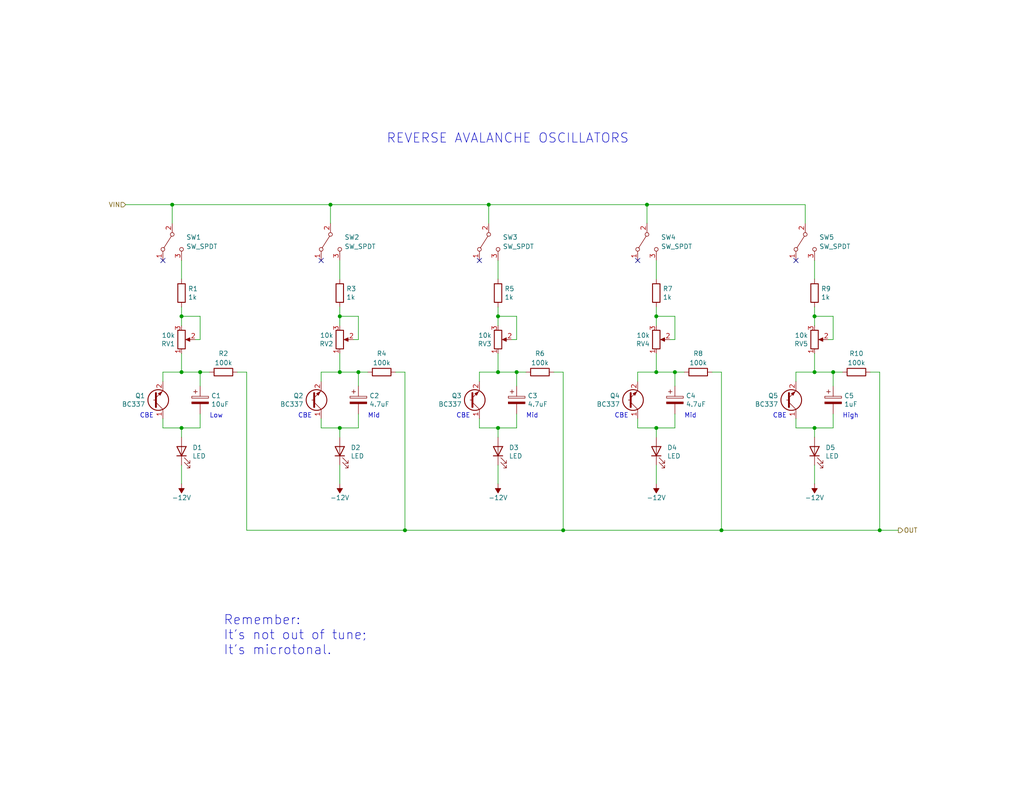
<source format=kicad_sch>
(kicad_sch (version 20211123) (generator eeschema)

  (uuid 5576cd03-3bad-40c5-9316-1d286895d52a)

  (paper "USLetter")

  (title_block
    (title "Reverse Avalanche Oscillator Bank")
    (date "2022-03-22")
    (rev "0.1")
    (company "Max Proskauer")
  )

  (lib_symbols
    (symbol "Device:CP" (pin_numbers hide) (pin_names (offset 0.254)) (in_bom yes) (on_board yes)
      (property "Reference" "C" (id 0) (at 0.635 2.54 0)
        (effects (font (size 1.27 1.27)) (justify left))
      )
      (property "Value" "Device_CP" (id 1) (at 0.635 -2.54 0)
        (effects (font (size 1.27 1.27)) (justify left))
      )
      (property "Footprint" "" (id 2) (at 0.9652 -3.81 0)
        (effects (font (size 1.27 1.27)) hide)
      )
      (property "Datasheet" "" (id 3) (at 0 0 0)
        (effects (font (size 1.27 1.27)) hide)
      )
      (property "ki_fp_filters" "CP_*" (id 4) (at 0 0 0)
        (effects (font (size 1.27 1.27)) hide)
      )
      (symbol "CP_0_1"
        (rectangle (start -2.286 0.508) (end 2.286 1.016)
          (stroke (width 0) (type default) (color 0 0 0 0))
          (fill (type none))
        )
        (polyline
          (pts
            (xy -1.778 2.286)
            (xy -0.762 2.286)
          )
          (stroke (width 0) (type default) (color 0 0 0 0))
          (fill (type none))
        )
        (polyline
          (pts
            (xy -1.27 2.794)
            (xy -1.27 1.778)
          )
          (stroke (width 0) (type default) (color 0 0 0 0))
          (fill (type none))
        )
        (rectangle (start 2.286 -0.508) (end -2.286 -1.016)
          (stroke (width 0) (type default) (color 0 0 0 0))
          (fill (type outline))
        )
      )
      (symbol "CP_1_1"
        (pin passive line (at 0 3.81 270) (length 2.794)
          (name "~" (effects (font (size 1.27 1.27))))
          (number "1" (effects (font (size 1.27 1.27))))
        )
        (pin passive line (at 0 -3.81 90) (length 2.794)
          (name "~" (effects (font (size 1.27 1.27))))
          (number "2" (effects (font (size 1.27 1.27))))
        )
      )
    )
    (symbol "Device:LED" (pin_numbers hide) (pin_names (offset 1.016) hide) (in_bom yes) (on_board yes)
      (property "Reference" "D" (id 0) (at 0 2.54 0)
        (effects (font (size 1.27 1.27)))
      )
      (property "Value" "LED" (id 1) (at 0 -2.54 0)
        (effects (font (size 1.27 1.27)))
      )
      (property "Footprint" "" (id 2) (at 0 0 0)
        (effects (font (size 1.27 1.27)) hide)
      )
      (property "Datasheet" "~" (id 3) (at 0 0 0)
        (effects (font (size 1.27 1.27)) hide)
      )
      (property "ki_keywords" "LED diode" (id 4) (at 0 0 0)
        (effects (font (size 1.27 1.27)) hide)
      )
      (property "ki_description" "Light emitting diode" (id 5) (at 0 0 0)
        (effects (font (size 1.27 1.27)) hide)
      )
      (property "ki_fp_filters" "LED* LED_SMD:* LED_THT:*" (id 6) (at 0 0 0)
        (effects (font (size 1.27 1.27)) hide)
      )
      (symbol "LED_0_1"
        (polyline
          (pts
            (xy -1.27 -1.27)
            (xy -1.27 1.27)
          )
          (stroke (width 0.254) (type default) (color 0 0 0 0))
          (fill (type none))
        )
        (polyline
          (pts
            (xy -1.27 0)
            (xy 1.27 0)
          )
          (stroke (width 0) (type default) (color 0 0 0 0))
          (fill (type none))
        )
        (polyline
          (pts
            (xy 1.27 -1.27)
            (xy 1.27 1.27)
            (xy -1.27 0)
            (xy 1.27 -1.27)
          )
          (stroke (width 0.254) (type default) (color 0 0 0 0))
          (fill (type none))
        )
        (polyline
          (pts
            (xy -3.048 -0.762)
            (xy -4.572 -2.286)
            (xy -3.81 -2.286)
            (xy -4.572 -2.286)
            (xy -4.572 -1.524)
          )
          (stroke (width 0) (type default) (color 0 0 0 0))
          (fill (type none))
        )
        (polyline
          (pts
            (xy -1.778 -0.762)
            (xy -3.302 -2.286)
            (xy -2.54 -2.286)
            (xy -3.302 -2.286)
            (xy -3.302 -1.524)
          )
          (stroke (width 0) (type default) (color 0 0 0 0))
          (fill (type none))
        )
      )
      (symbol "LED_1_1"
        (pin passive line (at -3.81 0 0) (length 2.54)
          (name "K" (effects (font (size 1.27 1.27))))
          (number "1" (effects (font (size 1.27 1.27))))
        )
        (pin passive line (at 3.81 0 180) (length 2.54)
          (name "A" (effects (font (size 1.27 1.27))))
          (number "2" (effects (font (size 1.27 1.27))))
        )
      )
    )
    (symbol "Device:R" (pin_numbers hide) (pin_names (offset 0)) (in_bom yes) (on_board yes)
      (property "Reference" "R" (id 0) (at 2.032 0 90)
        (effects (font (size 1.27 1.27)))
      )
      (property "Value" "R" (id 1) (at 0 0 90)
        (effects (font (size 1.27 1.27)))
      )
      (property "Footprint" "" (id 2) (at -1.778 0 90)
        (effects (font (size 1.27 1.27)) hide)
      )
      (property "Datasheet" "~" (id 3) (at 0 0 0)
        (effects (font (size 1.27 1.27)) hide)
      )
      (property "ki_keywords" "R res resistor" (id 4) (at 0 0 0)
        (effects (font (size 1.27 1.27)) hide)
      )
      (property "ki_description" "Resistor" (id 5) (at 0 0 0)
        (effects (font (size 1.27 1.27)) hide)
      )
      (property "ki_fp_filters" "R_*" (id 6) (at 0 0 0)
        (effects (font (size 1.27 1.27)) hide)
      )
      (symbol "R_0_1"
        (rectangle (start -1.016 -2.54) (end 1.016 2.54)
          (stroke (width 0.254) (type default) (color 0 0 0 0))
          (fill (type none))
        )
      )
      (symbol "R_1_1"
        (pin passive line (at 0 3.81 270) (length 1.27)
          (name "~" (effects (font (size 1.27 1.27))))
          (number "1" (effects (font (size 1.27 1.27))))
        )
        (pin passive line (at 0 -3.81 90) (length 1.27)
          (name "~" (effects (font (size 1.27 1.27))))
          (number "2" (effects (font (size 1.27 1.27))))
        )
      )
    )
    (symbol "Device:R_POT" (pin_names (offset 1.016) hide) (in_bom yes) (on_board yes)
      (property "Reference" "RV" (id 0) (at -4.445 0 90)
        (effects (font (size 1.27 1.27)))
      )
      (property "Value" "Device_R_POT" (id 1) (at -2.54 0 90)
        (effects (font (size 1.27 1.27)))
      )
      (property "Footprint" "" (id 2) (at 0 0 0)
        (effects (font (size 1.27 1.27)) hide)
      )
      (property "Datasheet" "" (id 3) (at 0 0 0)
        (effects (font (size 1.27 1.27)) hide)
      )
      (property "ki_fp_filters" "Potentiometer*" (id 4) (at 0 0 0)
        (effects (font (size 1.27 1.27)) hide)
      )
      (symbol "R_POT_0_1"
        (polyline
          (pts
            (xy 2.54 0)
            (xy 1.524 0)
          )
          (stroke (width 0) (type default) (color 0 0 0 0))
          (fill (type none))
        )
        (polyline
          (pts
            (xy 1.143 0)
            (xy 2.286 0.508)
            (xy 2.286 -0.508)
            (xy 1.143 0)
          )
          (stroke (width 0) (type default) (color 0 0 0 0))
          (fill (type outline))
        )
        (rectangle (start 1.016 2.54) (end -1.016 -2.54)
          (stroke (width 0.254) (type default) (color 0 0 0 0))
          (fill (type none))
        )
      )
      (symbol "R_POT_1_1"
        (pin passive line (at 0 3.81 270) (length 1.27)
          (name "1" (effects (font (size 1.27 1.27))))
          (number "1" (effects (font (size 1.27 1.27))))
        )
        (pin passive line (at 3.81 0 180) (length 1.27)
          (name "2" (effects (font (size 1.27 1.27))))
          (number "2" (effects (font (size 1.27 1.27))))
        )
        (pin passive line (at 0 -3.81 90) (length 1.27)
          (name "3" (effects (font (size 1.27 1.27))))
          (number "3" (effects (font (size 1.27 1.27))))
        )
      )
    )
    (symbol "Switch:SW_SPDT" (pin_names (offset 0) hide) (in_bom yes) (on_board yes)
      (property "Reference" "SW" (id 0) (at 0 4.318 0)
        (effects (font (size 1.27 1.27)))
      )
      (property "Value" "SW_SPDT" (id 1) (at 0 -5.08 0)
        (effects (font (size 1.27 1.27)))
      )
      (property "Footprint" "" (id 2) (at 0 0 0)
        (effects (font (size 1.27 1.27)) hide)
      )
      (property "Datasheet" "~" (id 3) (at 0 0 0)
        (effects (font (size 1.27 1.27)) hide)
      )
      (property "ki_keywords" "switch single-pole double-throw spdt ON-ON" (id 4) (at 0 0 0)
        (effects (font (size 1.27 1.27)) hide)
      )
      (property "ki_description" "Switch, single pole double throw" (id 5) (at 0 0 0)
        (effects (font (size 1.27 1.27)) hide)
      )
      (symbol "SW_SPDT_0_0"
        (circle (center -2.032 0) (radius 0.508)
          (stroke (width 0) (type default) (color 0 0 0 0))
          (fill (type none))
        )
        (circle (center 2.032 -2.54) (radius 0.508)
          (stroke (width 0) (type default) (color 0 0 0 0))
          (fill (type none))
        )
      )
      (symbol "SW_SPDT_0_1"
        (polyline
          (pts
            (xy -1.524 0.254)
            (xy 1.651 2.286)
          )
          (stroke (width 0) (type default) (color 0 0 0 0))
          (fill (type none))
        )
        (circle (center 2.032 2.54) (radius 0.508)
          (stroke (width 0) (type default) (color 0 0 0 0))
          (fill (type none))
        )
      )
      (symbol "SW_SPDT_1_1"
        (pin passive line (at 5.08 2.54 180) (length 2.54)
          (name "A" (effects (font (size 1.27 1.27))))
          (number "1" (effects (font (size 1.27 1.27))))
        )
        (pin passive line (at -5.08 0 0) (length 2.54)
          (name "B" (effects (font (size 1.27 1.27))))
          (number "2" (effects (font (size 1.27 1.27))))
        )
        (pin passive line (at 5.08 -2.54 180) (length 2.54)
          (name "C" (effects (font (size 1.27 1.27))))
          (number "3" (effects (font (size 1.27 1.27))))
        )
      )
    )
    (symbol "minidrone:BC337" (pin_names (offset 0) hide) (in_bom yes) (on_board yes)
      (property "Reference" "Q" (id 0) (at 5.08 1.905 0)
        (effects (font (size 1.27 1.27)) (justify left))
      )
      (property "Value" "BC337" (id 1) (at 5.08 0 0)
        (effects (font (size 1.27 1.27)) (justify left))
      )
      (property "Footprint" "Package_TO_SOT_THT:TO-92_Inline" (id 2) (at 5.08 -1.905 0)
        (effects (font (size 1.27 1.27) italic) (justify left) hide)
      )
      (property "Datasheet" "https://diotec.com/tl_files/diotec/files/pdf/datasheets/bc337.pdf" (id 3) (at 0 0 0)
        (effects (font (size 1.27 1.27)) (justify left) hide)
      )
      (property "ki_keywords" "NPN Transistor" (id 4) (at 0 0 0)
        (effects (font (size 1.27 1.27)) hide)
      )
      (property "ki_description" "0.8A Ic, 45V Vce, NPN Transistor, TO-92" (id 5) (at 0 0 0)
        (effects (font (size 1.27 1.27)) hide)
      )
      (property "ki_fp_filters" "TO?92*" (id 6) (at 0 0 0)
        (effects (font (size 1.27 1.27)) hide)
      )
      (symbol "BC337_0_1"
        (polyline
          (pts
            (xy 0 0)
            (xy 0.635 0)
          )
          (stroke (width 0) (type default) (color 0 0 0 0))
          (fill (type none))
        )
        (polyline
          (pts
            (xy 0.635 0.635)
            (xy 2.54 2.54)
          )
          (stroke (width 0) (type default) (color 0 0 0 0))
          (fill (type none))
        )
        (polyline
          (pts
            (xy 0.635 -0.635)
            (xy 2.54 -2.54)
            (xy 2.54 -2.54)
          )
          (stroke (width 0) (type default) (color 0 0 0 0))
          (fill (type none))
        )
        (polyline
          (pts
            (xy 0.635 1.905)
            (xy 0.635 -1.905)
            (xy 0.635 -1.905)
          )
          (stroke (width 0.508) (type default) (color 0 0 0 0))
          (fill (type none))
        )
        (polyline
          (pts
            (xy 1.27 -1.778)
            (xy 1.778 -1.27)
            (xy 2.286 -2.286)
            (xy 1.27 -1.778)
            (xy 1.27 -1.778)
          )
          (stroke (width 0) (type default) (color 0 0 0 0))
          (fill (type outline))
        )
        (circle (center 1.27 0) (radius 2.8194)
          (stroke (width 0.254) (type default) (color 0 0 0 0))
          (fill (type none))
        )
      )
      (symbol "BC337_1_1"
        (pin passive line (at 2.54 5.08 270) (length 2.54)
          (name "C" (effects (font (size 1.27 1.27))))
          (number "1" (effects (font (size 1.27 1.27))))
        )
        (pin passive line (at 2.54 -5.08 90) (length 2.54)
          (name "E" (effects (font (size 1.27 1.27))))
          (number "2" (effects (font (size 1.27 1.27))))
        )
      )
    )
    (symbol "power:-12V" (power) (pin_names (offset 0)) (in_bom yes) (on_board yes)
      (property "Reference" "#PWR" (id 0) (at 0 2.54 0)
        (effects (font (size 1.27 1.27)) hide)
      )
      (property "Value" "-12V" (id 1) (at 0 3.81 0)
        (effects (font (size 1.27 1.27)))
      )
      (property "Footprint" "" (id 2) (at 0 0 0)
        (effects (font (size 1.27 1.27)) hide)
      )
      (property "Datasheet" "" (id 3) (at 0 0 0)
        (effects (font (size 1.27 1.27)) hide)
      )
      (property "ki_keywords" "power-flag" (id 4) (at 0 0 0)
        (effects (font (size 1.27 1.27)) hide)
      )
      (property "ki_description" "Power symbol creates a global label with name \"-12V\"" (id 5) (at 0 0 0)
        (effects (font (size 1.27 1.27)) hide)
      )
      (symbol "-12V_0_0"
        (pin power_in line (at 0 0 90) (length 0) hide
          (name "-12V" (effects (font (size 1.27 1.27))))
          (number "1" (effects (font (size 1.27 1.27))))
        )
      )
      (symbol "-12V_0_1"
        (polyline
          (pts
            (xy 0 0)
            (xy 0 1.27)
            (xy 0.762 1.27)
            (xy 0 2.54)
            (xy -0.762 1.27)
            (xy 0 1.27)
          )
          (stroke (width 0) (type default) (color 0 0 0 0))
          (fill (type outline))
        )
      )
    )
  )


  (junction (at 179.07 116.84) (diameter 0) (color 0 0 0 0)
    (uuid 01737a12-f387-4522-b6f7-03fadd24073b)
  )
  (junction (at 97.79 101.6) (diameter 0) (color 0 0 0 0)
    (uuid 1812b5b5-e520-491d-8763-694b1a531ad6)
  )
  (junction (at 133.35 55.88) (diameter 0) (color 0 0 0 0)
    (uuid 226af2d6-8237-4ed7-9431-657e803de3e4)
  )
  (junction (at 135.89 101.6) (diameter 0) (color 0 0 0 0)
    (uuid 3021bc98-96c1-4c97-b3c8-91b8bb815faf)
  )
  (junction (at 176.53 55.88) (diameter 0) (color 0 0 0 0)
    (uuid 3b3c8637-176b-43c0-b7b3-aaf5bcdf49bf)
  )
  (junction (at 135.89 86.36) (diameter 0) (color 0 0 0 0)
    (uuid 3cdb031d-66a8-43cd-bf2b-6c03b41c5b8a)
  )
  (junction (at 222.25 101.6) (diameter 0) (color 0 0 0 0)
    (uuid 4f3d3c22-5ff8-4c33-bb56-4acad5f3245f)
  )
  (junction (at 90.17 55.88) (diameter 0) (color 0 0 0 0)
    (uuid 56b79123-f3a1-44df-b999-b73fc6ec2262)
  )
  (junction (at 92.71 86.36) (diameter 0) (color 0 0 0 0)
    (uuid 69b917ce-793f-4ad3-9985-49b93bcec898)
  )
  (junction (at 196.85 144.78) (diameter 0) (color 0 0 0 0)
    (uuid 6dc05d97-810a-4671-8dd5-592a7596cdc2)
  )
  (junction (at 179.07 86.36) (diameter 0) (color 0 0 0 0)
    (uuid 6f239435-b24b-45e9-879b-8af6ddc3638a)
  )
  (junction (at 49.53 101.6) (diameter 0) (color 0 0 0 0)
    (uuid 732be7ec-c09f-49e5-b759-f20b61173774)
  )
  (junction (at 153.67 144.78) (diameter 0) (color 0 0 0 0)
    (uuid 7d062e81-c8a7-4111-88b6-ff8248350c7c)
  )
  (junction (at 222.25 86.36) (diameter 0) (color 0 0 0 0)
    (uuid 7f571d3e-24d6-4e05-a49f-90d2178e8ac9)
  )
  (junction (at 46.99 55.88) (diameter 0) (color 0 0 0 0)
    (uuid 8cb854bf-069c-4fbd-85c9-c7b22f85da21)
  )
  (junction (at 49.53 86.36) (diameter 0) (color 0 0 0 0)
    (uuid a7267b30-3f45-4c1b-adf2-5b1541580162)
  )
  (junction (at 227.33 101.6) (diameter 0) (color 0 0 0 0)
    (uuid a7a2fa83-6859-454a-80ef-14b1f7aeb26c)
  )
  (junction (at 49.53 116.84) (diameter 0) (color 0 0 0 0)
    (uuid bc1cc27d-5709-4088-87fc-65973168a9ca)
  )
  (junction (at 92.71 101.6) (diameter 0) (color 0 0 0 0)
    (uuid c16ff8cd-eb10-43e3-a919-8500c734426c)
  )
  (junction (at 222.25 116.84) (diameter 0) (color 0 0 0 0)
    (uuid cac6c4b8-7751-4a4f-8b2d-f2b3fade67df)
  )
  (junction (at 240.03 144.78) (diameter 0) (color 0 0 0 0)
    (uuid d0c28c39-c3d6-4708-8ae5-950d43157ec4)
  )
  (junction (at 135.89 116.84) (diameter 0) (color 0 0 0 0)
    (uuid d2639713-bae7-4cbc-993a-6e755873f964)
  )
  (junction (at 54.61 101.6) (diameter 0) (color 0 0 0 0)
    (uuid e0873a35-5920-46f8-92b4-30e4adebd454)
  )
  (junction (at 140.97 101.6) (diameter 0) (color 0 0 0 0)
    (uuid ef9c7c56-b1cf-48c0-ab02-a9a2aca38973)
  )
  (junction (at 92.71 116.84) (diameter 0) (color 0 0 0 0)
    (uuid f360c74d-e381-449e-b085-0fd40515173f)
  )
  (junction (at 184.15 101.6) (diameter 0) (color 0 0 0 0)
    (uuid f641569d-36d1-451e-97be-d524961254f2)
  )
  (junction (at 179.07 101.6) (diameter 0) (color 0 0 0 0)
    (uuid f66ce394-6e32-4f87-9020-d57555cf558a)
  )
  (junction (at 110.49 144.78) (diameter 0) (color 0 0 0 0)
    (uuid fd584731-37e6-4af5-a8c3-87bdefc570a4)
  )

  (no_connect (at 87.63 71.12) (uuid d8b6d035-e7b5-4ede-bcef-646eeaa6c6f1))
  (no_connect (at 217.17 71.12) (uuid d8b6d035-e7b5-4ede-bcef-646eeaa6c6f2))
  (no_connect (at 173.99 71.12) (uuid d8b6d035-e7b5-4ede-bcef-646eeaa6c6f3))
  (no_connect (at 44.45 71.12) (uuid d8b6d035-e7b5-4ede-bcef-646eeaa6c6f4))
  (no_connect (at 130.81 71.12) (uuid d8b6d035-e7b5-4ede-bcef-646eeaa6c6f5))

  (wire (pts (xy 54.61 101.6) (xy 57.15 101.6))
    (stroke (width 0) (type default) (color 0 0 0 0))
    (uuid 0234d303-1347-4357-9ac8-112e8e6ab5f3)
  )
  (wire (pts (xy 54.61 116.84) (xy 49.53 116.84))
    (stroke (width 0) (type default) (color 0 0 0 0))
    (uuid 052016a0-2745-4262-bcf4-8590ba976323)
  )
  (wire (pts (xy 179.07 101.6) (xy 184.15 101.6))
    (stroke (width 0) (type default) (color 0 0 0 0))
    (uuid 0587dd43-a6db-46f9-a9a6-b55d953e5391)
  )
  (wire (pts (xy 135.89 86.36) (xy 135.89 88.9))
    (stroke (width 0) (type default) (color 0 0 0 0))
    (uuid 062c3b2c-5eeb-400d-a6b8-25b7ea2df4e0)
  )
  (wire (pts (xy 135.89 86.36) (xy 140.97 86.36))
    (stroke (width 0) (type default) (color 0 0 0 0))
    (uuid 06974cd8-24b4-4226-9c93-de9ea9d4acf1)
  )
  (wire (pts (xy 184.15 92.71) (xy 182.88 92.71))
    (stroke (width 0) (type default) (color 0 0 0 0))
    (uuid 06d11d1e-b286-4a3d-b8fc-be6d429798e6)
  )
  (wire (pts (xy 196.85 144.78) (xy 240.03 144.78))
    (stroke (width 0) (type default) (color 0 0 0 0))
    (uuid 0cecb273-5143-443f-9fa7-fba4b58ce612)
  )
  (wire (pts (xy 179.07 71.12) (xy 179.07 76.2))
    (stroke (width 0) (type default) (color 0 0 0 0))
    (uuid 103d74a1-d5ac-4df5-af88-0b2e1262bea4)
  )
  (wire (pts (xy 176.53 55.88) (xy 176.53 60.96))
    (stroke (width 0) (type default) (color 0 0 0 0))
    (uuid 15adab63-e0d2-4a8b-ae72-7d1d16b1b2fe)
  )
  (wire (pts (xy 135.89 116.84) (xy 135.89 119.38))
    (stroke (width 0) (type default) (color 0 0 0 0))
    (uuid 16c78323-5227-4d5e-a7d6-7bb417eda24a)
  )
  (wire (pts (xy 184.15 116.84) (xy 179.07 116.84))
    (stroke (width 0) (type default) (color 0 0 0 0))
    (uuid 16d8ab2b-15c9-48ff-af10-9af465543762)
  )
  (wire (pts (xy 92.71 71.12) (xy 92.71 76.2))
    (stroke (width 0) (type default) (color 0 0 0 0))
    (uuid 1d8a0dc9-6862-4125-add4-ed420fd3c95a)
  )
  (wire (pts (xy 222.25 116.84) (xy 217.17 116.84))
    (stroke (width 0) (type default) (color 0 0 0 0))
    (uuid 1e9460af-d7d7-4f4c-acc4-bba7cf756886)
  )
  (wire (pts (xy 140.97 101.6) (xy 140.97 105.41))
    (stroke (width 0) (type default) (color 0 0 0 0))
    (uuid 220cbfd5-24fc-4d6e-aa95-b4d764cf2fe8)
  )
  (wire (pts (xy 54.61 86.36) (xy 54.61 92.71))
    (stroke (width 0) (type default) (color 0 0 0 0))
    (uuid 223083af-ea1a-4483-9ccd-9a44d99c1e56)
  )
  (wire (pts (xy 49.53 116.84) (xy 44.45 116.84))
    (stroke (width 0) (type default) (color 0 0 0 0))
    (uuid 229cd3b8-8921-4818-a137-5abfb6f8bc53)
  )
  (wire (pts (xy 135.89 127) (xy 135.89 132.08))
    (stroke (width 0) (type default) (color 0 0 0 0))
    (uuid 2534968d-1e79-4942-85f4-f1e4d8e746ca)
  )
  (wire (pts (xy 227.33 116.84) (xy 222.25 116.84))
    (stroke (width 0) (type default) (color 0 0 0 0))
    (uuid 261a9a4b-9831-4135-834e-d24fe5c48435)
  )
  (wire (pts (xy 44.45 104.14) (xy 44.45 101.6))
    (stroke (width 0) (type default) (color 0 0 0 0))
    (uuid 2fa1b765-b805-47fc-bf33-7549704c7989)
  )
  (wire (pts (xy 44.45 101.6) (xy 49.53 101.6))
    (stroke (width 0) (type default) (color 0 0 0 0))
    (uuid 321f985d-c802-49a4-b839-d957d45e8880)
  )
  (wire (pts (xy 217.17 116.84) (xy 217.17 114.3))
    (stroke (width 0) (type default) (color 0 0 0 0))
    (uuid 33f44966-1880-4fcf-81b5-b89e3ad2e6c2)
  )
  (wire (pts (xy 97.79 101.6) (xy 100.33 101.6))
    (stroke (width 0) (type default) (color 0 0 0 0))
    (uuid 3469bc16-5138-495d-b1b2-83e2f5f720c5)
  )
  (wire (pts (xy 44.45 116.84) (xy 44.45 114.3))
    (stroke (width 0) (type default) (color 0 0 0 0))
    (uuid 36de4a45-6fb4-44a7-951c-3134bbf91f2a)
  )
  (wire (pts (xy 222.25 101.6) (xy 227.33 101.6))
    (stroke (width 0) (type default) (color 0 0 0 0))
    (uuid 39b703ca-32bd-468a-ae05-1f744fba3c66)
  )
  (wire (pts (xy 222.25 96.52) (xy 222.25 101.6))
    (stroke (width 0) (type default) (color 0 0 0 0))
    (uuid 3ab7374c-7501-458b-af16-661cae78e159)
  )
  (wire (pts (xy 49.53 96.52) (xy 49.53 101.6))
    (stroke (width 0) (type default) (color 0 0 0 0))
    (uuid 3ae65c78-9f7c-42c4-94f7-afbbbbd64b39)
  )
  (wire (pts (xy 49.53 116.84) (xy 49.53 119.38))
    (stroke (width 0) (type default) (color 0 0 0 0))
    (uuid 3d234cf4-d2a0-4b1e-b0ed-33b40ca1bbce)
  )
  (wire (pts (xy 179.07 127) (xy 179.07 132.08))
    (stroke (width 0) (type default) (color 0 0 0 0))
    (uuid 42f4c7ea-6864-422a-8f6f-d75acbb9b172)
  )
  (wire (pts (xy 217.17 101.6) (xy 222.25 101.6))
    (stroke (width 0) (type default) (color 0 0 0 0))
    (uuid 44b5991a-0e4c-4203-b2b7-02969264a630)
  )
  (wire (pts (xy 184.15 101.6) (xy 186.69 101.6))
    (stroke (width 0) (type default) (color 0 0 0 0))
    (uuid 46545d8e-9d26-4f6d-95de-3e37982a7505)
  )
  (wire (pts (xy 92.71 86.36) (xy 97.79 86.36))
    (stroke (width 0) (type default) (color 0 0 0 0))
    (uuid 48f7dba6-5409-423f-8b87-5bce1e415f0e)
  )
  (wire (pts (xy 92.71 127) (xy 92.71 132.08))
    (stroke (width 0) (type default) (color 0 0 0 0))
    (uuid 4c66bb2a-a1dd-4d33-a5d7-f5964ee5c8b5)
  )
  (wire (pts (xy 135.89 116.84) (xy 130.81 116.84))
    (stroke (width 0) (type default) (color 0 0 0 0))
    (uuid 4d473926-d380-421f-ab96-10cf7d96b610)
  )
  (wire (pts (xy 227.33 101.6) (xy 229.87 101.6))
    (stroke (width 0) (type default) (color 0 0 0 0))
    (uuid 4ed6069c-1e2d-473d-9b7f-ebcd3abdad5a)
  )
  (wire (pts (xy 46.99 55.88) (xy 90.17 55.88))
    (stroke (width 0) (type default) (color 0 0 0 0))
    (uuid 501b34a3-775b-4e50-a539-f614fc30accc)
  )
  (wire (pts (xy 153.67 101.6) (xy 153.67 144.78))
    (stroke (width 0) (type default) (color 0 0 0 0))
    (uuid 524e7cdc-0100-445e-9f5c-fe2aa01c6a8e)
  )
  (wire (pts (xy 67.31 144.78) (xy 110.49 144.78))
    (stroke (width 0) (type default) (color 0 0 0 0))
    (uuid 5272a3d7-d60e-4855-98ff-d8e3c8e9d675)
  )
  (wire (pts (xy 140.97 86.36) (xy 140.97 92.71))
    (stroke (width 0) (type default) (color 0 0 0 0))
    (uuid 531fed42-6885-4d50-a4cc-c65b534c7245)
  )
  (wire (pts (xy 179.07 83.82) (xy 179.07 86.36))
    (stroke (width 0) (type default) (color 0 0 0 0))
    (uuid 552d8fa0-8bfa-4e4b-8699-80e0e0102f2d)
  )
  (wire (pts (xy 87.63 116.84) (xy 87.63 114.3))
    (stroke (width 0) (type default) (color 0 0 0 0))
    (uuid 58fa05bf-d722-4d3c-96d0-e4f97fc79d0c)
  )
  (wire (pts (xy 227.33 92.71) (xy 226.06 92.71))
    (stroke (width 0) (type default) (color 0 0 0 0))
    (uuid 592a248f-e959-43bb-a887-3c412194ef5d)
  )
  (wire (pts (xy 49.53 86.36) (xy 49.53 88.9))
    (stroke (width 0) (type default) (color 0 0 0 0))
    (uuid 5c818db1-aa80-483a-a465-86517d2b2306)
  )
  (wire (pts (xy 179.07 86.36) (xy 184.15 86.36))
    (stroke (width 0) (type default) (color 0 0 0 0))
    (uuid 5d4417bf-fc93-4148-9b93-d859320cdbeb)
  )
  (wire (pts (xy 87.63 104.14) (xy 87.63 101.6))
    (stroke (width 0) (type default) (color 0 0 0 0))
    (uuid 5e7ee082-20f7-4b4d-8fd6-cd5040314ca8)
  )
  (wire (pts (xy 92.71 86.36) (xy 92.71 88.9))
    (stroke (width 0) (type default) (color 0 0 0 0))
    (uuid 6280d301-1c3d-42c1-aed5-0a72fbe20dcc)
  )
  (wire (pts (xy 97.79 101.6) (xy 97.79 105.41))
    (stroke (width 0) (type default) (color 0 0 0 0))
    (uuid 64da5704-dc27-4720-8758-99633bcb0eb3)
  )
  (wire (pts (xy 237.49 101.6) (xy 240.03 101.6))
    (stroke (width 0) (type default) (color 0 0 0 0))
    (uuid 661b07cf-2411-4af7-b6e3-3a93d177ee7d)
  )
  (wire (pts (xy 130.81 116.84) (xy 130.81 114.3))
    (stroke (width 0) (type default) (color 0 0 0 0))
    (uuid 6bdba0a5-3dfb-4ea6-9369-bd4706cc7d9b)
  )
  (wire (pts (xy 133.35 55.88) (xy 133.35 60.96))
    (stroke (width 0) (type default) (color 0 0 0 0))
    (uuid 76112b2b-2e6b-4e53-ba3b-b96e977c44d6)
  )
  (wire (pts (xy 222.25 86.36) (xy 222.25 88.9))
    (stroke (width 0) (type default) (color 0 0 0 0))
    (uuid 77eca4f5-5103-4162-8670-4f1c575b0bc4)
  )
  (wire (pts (xy 194.31 101.6) (xy 196.85 101.6))
    (stroke (width 0) (type default) (color 0 0 0 0))
    (uuid 790c9715-23c2-4fcf-81d5-b589677cd049)
  )
  (wire (pts (xy 184.15 113.03) (xy 184.15 116.84))
    (stroke (width 0) (type default) (color 0 0 0 0))
    (uuid 7a00803e-4b96-43b0-9ba7-b9d9023a26c3)
  )
  (wire (pts (xy 110.49 144.78) (xy 153.67 144.78))
    (stroke (width 0) (type default) (color 0 0 0 0))
    (uuid 7d692314-b50a-4e63-a3b2-e2f0256bcf53)
  )
  (wire (pts (xy 49.53 71.12) (xy 49.53 76.2))
    (stroke (width 0) (type default) (color 0 0 0 0))
    (uuid 7d89c205-9349-4f88-b8a2-54aba44883c9)
  )
  (wire (pts (xy 222.25 127) (xy 222.25 132.08))
    (stroke (width 0) (type default) (color 0 0 0 0))
    (uuid 7ef5631d-3074-478e-ab97-f3b3d7d11b4e)
  )
  (wire (pts (xy 54.61 113.03) (xy 54.61 116.84))
    (stroke (width 0) (type default) (color 0 0 0 0))
    (uuid 7f1cd457-f3e0-4118-9041-74f0c4e433d8)
  )
  (wire (pts (xy 46.99 55.88) (xy 46.99 60.96))
    (stroke (width 0) (type default) (color 0 0 0 0))
    (uuid 7ffd4bfb-5286-4cc4-a13a-853b9dcbfa65)
  )
  (wire (pts (xy 135.89 71.12) (xy 135.89 76.2))
    (stroke (width 0) (type default) (color 0 0 0 0))
    (uuid 8170ef0d-2b4c-427d-a500-08c67a13cbc1)
  )
  (wire (pts (xy 49.53 83.82) (xy 49.53 86.36))
    (stroke (width 0) (type default) (color 0 0 0 0))
    (uuid 8230801e-3b9a-48cb-bf73-1218d2aeefd2)
  )
  (wire (pts (xy 97.79 92.71) (xy 96.52 92.71))
    (stroke (width 0) (type default) (color 0 0 0 0))
    (uuid 8321dd7d-5b11-4ba5-86ea-a7f37ad08d32)
  )
  (wire (pts (xy 87.63 101.6) (xy 92.71 101.6))
    (stroke (width 0) (type default) (color 0 0 0 0))
    (uuid 8527c8dc-0f5b-453f-96c9-0c1d8aa6acfe)
  )
  (wire (pts (xy 222.25 71.12) (xy 222.25 76.2))
    (stroke (width 0) (type default) (color 0 0 0 0))
    (uuid 8826a386-f1f9-4348-ac15-8847a7472eb2)
  )
  (wire (pts (xy 90.17 55.88) (xy 133.35 55.88))
    (stroke (width 0) (type default) (color 0 0 0 0))
    (uuid 885ec42b-82c9-412b-948d-ded36827881d)
  )
  (wire (pts (xy 196.85 101.6) (xy 196.85 144.78))
    (stroke (width 0) (type default) (color 0 0 0 0))
    (uuid 8c5dfac3-0e02-4be4-a71b-7fbe0cd3f555)
  )
  (wire (pts (xy 97.79 116.84) (xy 92.71 116.84))
    (stroke (width 0) (type default) (color 0 0 0 0))
    (uuid 8db08504-9547-4031-8ebe-41f3fcaba47b)
  )
  (wire (pts (xy 179.07 96.52) (xy 179.07 101.6))
    (stroke (width 0) (type default) (color 0 0 0 0))
    (uuid 8e359fda-f6bf-4045-a98f-b045a4f0bb55)
  )
  (wire (pts (xy 135.89 83.82) (xy 135.89 86.36))
    (stroke (width 0) (type default) (color 0 0 0 0))
    (uuid 928700fb-9f66-4884-8736-8e55bfc4d156)
  )
  (wire (pts (xy 133.35 55.88) (xy 176.53 55.88))
    (stroke (width 0) (type default) (color 0 0 0 0))
    (uuid 942e0d7e-fa71-4c76-b4ac-5cde6136d290)
  )
  (wire (pts (xy 184.15 86.36) (xy 184.15 92.71))
    (stroke (width 0) (type default) (color 0 0 0 0))
    (uuid 94850b84-1e2b-4b61-94fc-d9a4e0acab8f)
  )
  (wire (pts (xy 176.53 55.88) (xy 219.71 55.88))
    (stroke (width 0) (type default) (color 0 0 0 0))
    (uuid 9793df98-6109-4ce3-af53-d3f8dc3a418f)
  )
  (wire (pts (xy 184.15 101.6) (xy 184.15 105.41))
    (stroke (width 0) (type default) (color 0 0 0 0))
    (uuid 9bdf8422-4c29-4b8f-82c2-3126afeba937)
  )
  (wire (pts (xy 54.61 92.71) (xy 53.34 92.71))
    (stroke (width 0) (type default) (color 0 0 0 0))
    (uuid 9dd818a5-7626-47ca-ad94-582e9a24ea79)
  )
  (wire (pts (xy 97.79 113.03) (xy 97.79 116.84))
    (stroke (width 0) (type default) (color 0 0 0 0))
    (uuid 9fa92f86-fcfd-4377-829d-7009dc92d73b)
  )
  (wire (pts (xy 153.67 144.78) (xy 196.85 144.78))
    (stroke (width 0) (type default) (color 0 0 0 0))
    (uuid a01b4e31-16b8-4903-9edd-1610c96614ad)
  )
  (wire (pts (xy 92.71 101.6) (xy 97.79 101.6))
    (stroke (width 0) (type default) (color 0 0 0 0))
    (uuid a07bf759-e7a0-4208-8127-54105b42c4ca)
  )
  (wire (pts (xy 173.99 116.84) (xy 173.99 114.3))
    (stroke (width 0) (type default) (color 0 0 0 0))
    (uuid a12943d0-a3dd-45bc-87f3-678bb7a74ff0)
  )
  (wire (pts (xy 173.99 101.6) (xy 179.07 101.6))
    (stroke (width 0) (type default) (color 0 0 0 0))
    (uuid a412127f-26d2-4aff-acf0-632b2bc601ec)
  )
  (wire (pts (xy 179.07 116.84) (xy 179.07 119.38))
    (stroke (width 0) (type default) (color 0 0 0 0))
    (uuid a8ca8ad0-29da-40f0-8b71-3cd4ce21235f)
  )
  (wire (pts (xy 64.77 101.6) (xy 67.31 101.6))
    (stroke (width 0) (type default) (color 0 0 0 0))
    (uuid aa984d29-9378-41de-83ce-9b33e1b50ae7)
  )
  (wire (pts (xy 179.07 86.36) (xy 179.07 88.9))
    (stroke (width 0) (type default) (color 0 0 0 0))
    (uuid aac4f244-6cee-403f-8d42-e179c102534d)
  )
  (wire (pts (xy 49.53 101.6) (xy 54.61 101.6))
    (stroke (width 0) (type default) (color 0 0 0 0))
    (uuid ab82062a-f4f7-4617-b5c0-c1052d03ae21)
  )
  (wire (pts (xy 217.17 104.14) (xy 217.17 101.6))
    (stroke (width 0) (type default) (color 0 0 0 0))
    (uuid add85926-da60-450e-b283-fe7bad391fab)
  )
  (wire (pts (xy 240.03 101.6) (xy 240.03 144.78))
    (stroke (width 0) (type default) (color 0 0 0 0))
    (uuid b3bc9ea8-3163-47d9-95fc-4ad9c8d542db)
  )
  (wire (pts (xy 140.97 113.03) (xy 140.97 116.84))
    (stroke (width 0) (type default) (color 0 0 0 0))
    (uuid b44b359d-599f-4dd8-9094-58422d47f40d)
  )
  (wire (pts (xy 140.97 101.6) (xy 143.51 101.6))
    (stroke (width 0) (type default) (color 0 0 0 0))
    (uuid b64aa2f2-f7e6-46f1-b745-fda9cef6d229)
  )
  (wire (pts (xy 222.25 83.82) (xy 222.25 86.36))
    (stroke (width 0) (type default) (color 0 0 0 0))
    (uuid b755f86e-cf2a-4586-83b1-daf55c626350)
  )
  (wire (pts (xy 135.89 96.52) (xy 135.89 101.6))
    (stroke (width 0) (type default) (color 0 0 0 0))
    (uuid b9c2107e-e111-49e7-9080-5112eac1ca6f)
  )
  (wire (pts (xy 90.17 55.88) (xy 90.17 60.96))
    (stroke (width 0) (type default) (color 0 0 0 0))
    (uuid bd454d92-69ad-4511-beea-76f49ade8de6)
  )
  (wire (pts (xy 219.71 55.88) (xy 219.71 60.96))
    (stroke (width 0) (type default) (color 0 0 0 0))
    (uuid bef77ace-539c-4b4c-b9e6-61d2f0955b53)
  )
  (wire (pts (xy 140.97 116.84) (xy 135.89 116.84))
    (stroke (width 0) (type default) (color 0 0 0 0))
    (uuid c115e1df-3c90-41fc-b3f2-364f184a7eb6)
  )
  (wire (pts (xy 227.33 101.6) (xy 227.33 105.41))
    (stroke (width 0) (type default) (color 0 0 0 0))
    (uuid c239ba76-00f1-47ca-b44b-ba585ab36458)
  )
  (wire (pts (xy 222.25 86.36) (xy 227.33 86.36))
    (stroke (width 0) (type default) (color 0 0 0 0))
    (uuid c39cdd46-3bd3-41c9-a23f-576d0ff333ed)
  )
  (wire (pts (xy 92.71 83.82) (xy 92.71 86.36))
    (stroke (width 0) (type default) (color 0 0 0 0))
    (uuid cf0e570a-e2a4-4db9-9301-25bb296c261a)
  )
  (wire (pts (xy 92.71 116.84) (xy 87.63 116.84))
    (stroke (width 0) (type default) (color 0 0 0 0))
    (uuid d0082f5e-4909-4187-8c21-8e70fb14a8b1)
  )
  (wire (pts (xy 107.95 101.6) (xy 110.49 101.6))
    (stroke (width 0) (type default) (color 0 0 0 0))
    (uuid d4f7e055-532a-4ac2-b926-156380121867)
  )
  (wire (pts (xy 49.53 127) (xy 49.53 132.08))
    (stroke (width 0) (type default) (color 0 0 0 0))
    (uuid d603f3f4-b5cd-4a51-8301-f842e3429e3b)
  )
  (wire (pts (xy 97.79 86.36) (xy 97.79 92.71))
    (stroke (width 0) (type default) (color 0 0 0 0))
    (uuid d92ef324-66e8-4f2c-a516-c8d12c77d513)
  )
  (wire (pts (xy 140.97 92.71) (xy 139.7 92.71))
    (stroke (width 0) (type default) (color 0 0 0 0))
    (uuid d9584845-5ddd-429b-8b48-54a3226bc826)
  )
  (wire (pts (xy 49.53 86.36) (xy 54.61 86.36))
    (stroke (width 0) (type default) (color 0 0 0 0))
    (uuid dea47b7f-868f-4ceb-8a9e-a75553c9a212)
  )
  (wire (pts (xy 173.99 104.14) (xy 173.99 101.6))
    (stroke (width 0) (type default) (color 0 0 0 0))
    (uuid decf0eb1-af7b-432d-9605-0b57bc8778da)
  )
  (wire (pts (xy 130.81 101.6) (xy 135.89 101.6))
    (stroke (width 0) (type default) (color 0 0 0 0))
    (uuid ded9b61c-61ae-4528-a582-0bf12966c187)
  )
  (wire (pts (xy 34.29 55.88) (xy 46.99 55.88))
    (stroke (width 0) (type default) (color 0 0 0 0))
    (uuid e7f199d0-b111-4e43-83a2-892759f875e7)
  )
  (wire (pts (xy 151.13 101.6) (xy 153.67 101.6))
    (stroke (width 0) (type default) (color 0 0 0 0))
    (uuid e82cca8d-8c6c-4feb-9175-3abb3f010110)
  )
  (wire (pts (xy 110.49 101.6) (xy 110.49 144.78))
    (stroke (width 0) (type default) (color 0 0 0 0))
    (uuid ea6877ea-7737-4ef1-9785-7689d58168c7)
  )
  (wire (pts (xy 227.33 113.03) (xy 227.33 116.84))
    (stroke (width 0) (type default) (color 0 0 0 0))
    (uuid eb76af4c-3c66-42ab-980e-ccec9a68c5d9)
  )
  (wire (pts (xy 179.07 116.84) (xy 173.99 116.84))
    (stroke (width 0) (type default) (color 0 0 0 0))
    (uuid ec6490ea-e922-48ff-9ec3-9cae4d919b6e)
  )
  (wire (pts (xy 92.71 116.84) (xy 92.71 119.38))
    (stroke (width 0) (type default) (color 0 0 0 0))
    (uuid ec9fc186-9f6e-4d64-abbf-f062f3dff1bb)
  )
  (wire (pts (xy 222.25 116.84) (xy 222.25 119.38))
    (stroke (width 0) (type default) (color 0 0 0 0))
    (uuid ee9530e1-3037-43e3-8e5a-1cfe05f8cba0)
  )
  (wire (pts (xy 67.31 101.6) (xy 67.31 144.78))
    (stroke (width 0) (type default) (color 0 0 0 0))
    (uuid eec30abf-663e-4a27-8048-4812a8bc2414)
  )
  (wire (pts (xy 240.03 144.78) (xy 245.11 144.78))
    (stroke (width 0) (type default) (color 0 0 0 0))
    (uuid ef6e3e6c-19a6-4d02-8cef-14e1f828732b)
  )
  (wire (pts (xy 227.33 86.36) (xy 227.33 92.71))
    (stroke (width 0) (type default) (color 0 0 0 0))
    (uuid efdd22bb-509a-4927-8761-500c4d6e83f2)
  )
  (wire (pts (xy 135.89 101.6) (xy 140.97 101.6))
    (stroke (width 0) (type default) (color 0 0 0 0))
    (uuid f1789a89-9315-4445-8984-206a9c48b421)
  )
  (wire (pts (xy 54.61 101.6) (xy 54.61 105.41))
    (stroke (width 0) (type default) (color 0 0 0 0))
    (uuid f8bc3d20-fef7-44c1-aad2-d8870151e496)
  )
  (wire (pts (xy 92.71 96.52) (xy 92.71 101.6))
    (stroke (width 0) (type default) (color 0 0 0 0))
    (uuid f904598c-8f42-46c9-8931-7a1b145aa8aa)
  )
  (wire (pts (xy 130.81 104.14) (xy 130.81 101.6))
    (stroke (width 0) (type default) (color 0 0 0 0))
    (uuid fb1e366d-6cb4-44d5-b78d-0dd558dd8be6)
  )

  (text "Mid" (at 143.51 114.3 0)
    (effects (font (size 1.27 1.27)) (justify left bottom))
    (uuid 30623652-b1d7-4bf9-a49f-879837bdd0f3)
  )
  (text "CBE" (at 38.1 114.3 0)
    (effects (font (size 1.27 1.27)) (justify left bottom))
    (uuid 3c999ba9-0e4a-4e33-9562-279fde64c9a7)
  )
  (text "CBE" (at 167.64 114.3 0)
    (effects (font (size 1.27 1.27)) (justify left bottom))
    (uuid 45f691f7-72a2-4856-bb1b-38fd6fb2bb81)
  )
  (text "High" (at 229.87 114.3 0)
    (effects (font (size 1.27 1.27)) (justify left bottom))
    (uuid 65783976-5048-466f-a7ed-5fc180699442)
  )
  (text "Remember:\nIt's not out of tune;\nIt's microtonal." (at 60.96 179.07 0)
    (effects (font (size 2.54 2.54)) (justify left bottom))
    (uuid 6ae963fb-e34f-4e11-9adf-78839a5b2ef1)
  )
  (text "CBE" (at 81.28 114.3 0)
    (effects (font (size 1.27 1.27)) (justify left bottom))
    (uuid 7f8e03a9-c400-4627-9967-dbd59031193f)
  )
  (text "CBE" (at 124.46 114.3 0)
    (effects (font (size 1.27 1.27)) (justify left bottom))
    (uuid 92bb4936-f729-43c4-9569-4df15fb14b4f)
  )
  (text "Low" (at 57.15 114.3 0)
    (effects (font (size 1.27 1.27)) (justify left bottom))
    (uuid ad128744-9ab0-49bd-8d91-d0d508dfc20f)
  )
  (text "REVERSE AVALANCHE OSCILLATORS" (at 105.41 39.37 0)
    (effects (font (size 2.54 2.54)) (justify left bottom))
    (uuid b4ab3790-2386-47fd-a29b-aed28e190b76)
  )
  (text "Mid" (at 100.33 114.3 0)
    (effects (font (size 1.27 1.27)) (justify left bottom))
    (uuid b95080d1-c87e-4924-8839-27afa9eda303)
  )
  (text "CBE" (at 210.82 114.3 0)
    (effects (font (size 1.27 1.27)) (justify left bottom))
    (uuid c94441a1-f835-4b37-9e19-e89785627760)
  )
  (text "Mid" (at 186.69 114.3 0)
    (effects (font (size 1.27 1.27)) (justify left bottom))
    (uuid d2e5e6b3-7f7f-4a40-b433-ca4b7a35e830)
  )

  (hierarchical_label "VIN" (shape input) (at 34.29 55.88 180)
    (effects (font (size 1.27 1.27)) (justify right))
    (uuid ad497d01-38dd-4ded-b3e9-bb4aea074130)
  )
  (hierarchical_label "OUT" (shape output) (at 245.11 144.78 0)
    (effects (font (size 1.27 1.27)) (justify left))
    (uuid e08a51df-c4a6-4121-b3d6-4e61f7349667)
  )

  (symbol (lib_id "Switch:SW_SPDT") (at 133.35 66.04 90) (mirror x) (unit 1)
    (in_bom yes) (on_board yes) (fields_autoplaced)
    (uuid 05b2b08c-25ab-4ce2-a2f5-1cdd638e2370)
    (property "Reference" "SW3" (id 0) (at 137.16 64.7699 90)
      (effects (font (size 1.27 1.27)) (justify right))
    )
    (property "Value" "SW_SPDT" (id 1) (at 137.16 67.3099 90)
      (effects (font (size 1.27 1.27)) (justify right))
    )
    (property "Footprint" "modular:Switch_SPDT" (id 2) (at 133.35 66.04 0)
      (effects (font (size 1.27 1.27)) hide)
    )
    (property "Datasheet" "~" (id 3) (at 133.35 66.04 0)
      (effects (font (size 1.27 1.27)) hide)
    )
    (pin "1" (uuid c33f556b-333e-496f-ba5d-c31cf204d788))
    (pin "2" (uuid cb0bc55f-947e-4bf8-96da-1465bfd156a3))
    (pin "3" (uuid e75665f4-7ecd-4e99-ae74-b170e7371801))
  )

  (symbol (lib_id "Switch:SW_SPDT") (at 176.53 66.04 90) (mirror x) (unit 1)
    (in_bom yes) (on_board yes)
    (uuid 068cf297-d8ee-49f9-9a54-8e52a74e71d3)
    (property "Reference" "SW4" (id 0) (at 180.34 64.77 90)
      (effects (font (size 1.27 1.27)) (justify right))
    )
    (property "Value" "SW_SPDT" (id 1) (at 180.34 67.31 90)
      (effects (font (size 1.27 1.27)) (justify right))
    )
    (property "Footprint" "modular:Switch_SPDT" (id 2) (at 176.53 66.04 0)
      (effects (font (size 1.27 1.27)) hide)
    )
    (property "Datasheet" "~" (id 3) (at 176.53 66.04 0)
      (effects (font (size 1.27 1.27)) hide)
    )
    (pin "1" (uuid 43efd22b-d974-42bd-9be5-649a98f9183e))
    (pin "2" (uuid a538f0f5-24a9-4081-adf1-bddf82a86521))
    (pin "3" (uuid 42dd054a-714b-42c2-96b0-adeb6a642722))
  )

  (symbol (lib_id "Device:R") (at 179.07 80.01 180) (unit 1)
    (in_bom yes) (on_board yes)
    (uuid 0b382b7c-a6a5-4924-8ab0-4d686f8f1fd1)
    (property "Reference" "R7" (id 0) (at 180.848 78.8416 0)
      (effects (font (size 1.27 1.27)) (justify right))
    )
    (property "Value" "1k" (id 1) (at 180.848 81.153 0)
      (effects (font (size 1.27 1.27)) (justify right))
    )
    (property "Footprint" "Resistor_THT:R_Axial_DIN0207_L6.3mm_D2.5mm_P10.16mm_Horizontal" (id 2) (at 180.848 80.01 90)
      (effects (font (size 1.27 1.27)) hide)
    )
    (property "Datasheet" "~" (id 3) (at 179.07 80.01 0)
      (effects (font (size 1.27 1.27)) hide)
    )
    (pin "1" (uuid 2f45cb6b-c942-48fb-838a-b70c99d0b972))
    (pin "2" (uuid 690a5304-392e-42d7-9668-debb020482b1))
  )

  (symbol (lib_id "Device:R_POT") (at 135.89 92.71 0) (mirror x) (unit 1)
    (in_bom yes) (on_board yes)
    (uuid 2190d6d4-ba08-41ec-9548-3640883e9a6c)
    (property "Reference" "RV3" (id 0) (at 134.1374 93.8784 0)
      (effects (font (size 1.27 1.27)) (justify right))
    )
    (property "Value" "10k" (id 1) (at 134.1374 91.567 0)
      (effects (font (size 1.27 1.27)) (justify right))
    )
    (property "Footprint" "Potentiometer_THT:Potentiometer_Bourns_PTV09A-1_Single_Vertical" (id 2) (at 135.89 92.71 0)
      (effects (font (size 1.27 1.27)) hide)
    )
    (property "Datasheet" "~" (id 3) (at 135.89 92.71 0)
      (effects (font (size 1.27 1.27)) hide)
    )
    (pin "1" (uuid cd9616ee-64e3-42af-91ce-122acb0bb1dc))
    (pin "2" (uuid 735ee7d8-42cf-4676-9fbe-f418bea79bdc))
    (pin "3" (uuid 0f26ceff-222d-478b-a1b9-41c4770f74a4))
  )

  (symbol (lib_id "Switch:SW_SPDT") (at 46.99 66.04 90) (mirror x) (unit 1)
    (in_bom yes) (on_board yes) (fields_autoplaced)
    (uuid 2c3e05af-0e23-4278-a54f-33f788b41fca)
    (property "Reference" "SW1" (id 0) (at 50.8 64.7699 90)
      (effects (font (size 1.27 1.27)) (justify right))
    )
    (property "Value" "SW_SPDT" (id 1) (at 50.8 67.3099 90)
      (effects (font (size 1.27 1.27)) (justify right))
    )
    (property "Footprint" "modular:Switch_SPDT" (id 2) (at 46.99 66.04 0)
      (effects (font (size 1.27 1.27)) hide)
    )
    (property "Datasheet" "~" (id 3) (at 46.99 66.04 0)
      (effects (font (size 1.27 1.27)) hide)
    )
    (pin "1" (uuid e36ee5ca-54da-440f-a790-576344fe5ced))
    (pin "2" (uuid 9b2163a0-32ea-4bda-b0a6-5d38ff9eb7a5))
    (pin "3" (uuid 8fd7165b-7031-44b2-bc37-d3955e65c0ab))
  )

  (symbol (lib_id "Device:R") (at 147.32 101.6 270) (unit 1)
    (in_bom yes) (on_board yes)
    (uuid 2c460685-e5df-4a9c-913b-4c66070f2035)
    (property "Reference" "R6" (id 0) (at 147.32 96.52 90))
    (property "Value" "100k" (id 1) (at 147.32 99.06 90))
    (property "Footprint" "Resistor_THT:R_Axial_DIN0207_L6.3mm_D2.5mm_P10.16mm_Horizontal" (id 2) (at 147.32 99.822 90)
      (effects (font (size 1.27 1.27)) hide)
    )
    (property "Datasheet" "~" (id 3) (at 147.32 101.6 0)
      (effects (font (size 1.27 1.27)) hide)
    )
    (pin "1" (uuid b2f3b156-79e1-423d-ad3a-cfad04ccef21))
    (pin "2" (uuid 600202be-42f7-4193-a1ed-40fcbd6dab1e))
  )

  (symbol (lib_id "Switch:SW_SPDT") (at 219.71 66.04 90) (mirror x) (unit 1)
    (in_bom yes) (on_board yes) (fields_autoplaced)
    (uuid 2f6faebf-154e-494d-8356-e74d3a5eeff5)
    (property "Reference" "SW5" (id 0) (at 223.52 64.7699 90)
      (effects (font (size 1.27 1.27)) (justify right))
    )
    (property "Value" "SW_SPDT" (id 1) (at 223.52 67.3099 90)
      (effects (font (size 1.27 1.27)) (justify right))
    )
    (property "Footprint" "modular:Switch_SPDT" (id 2) (at 219.71 66.04 0)
      (effects (font (size 1.27 1.27)) hide)
    )
    (property "Datasheet" "~" (id 3) (at 219.71 66.04 0)
      (effects (font (size 1.27 1.27)) hide)
    )
    (pin "1" (uuid 56efefaa-01bc-467d-9965-330f243aa20d))
    (pin "2" (uuid 4d89917e-bc26-4b1a-a449-14295251421e))
    (pin "3" (uuid 54d0f3f8-65b3-49dd-a37e-13c33a0d7ede))
  )

  (symbol (lib_id "minidrone:BC337") (at 41.91 109.22 0) (mirror x) (unit 1)
    (in_bom yes) (on_board yes)
    (uuid 32f80d1a-e708-4bc7-a2e4-ec5ce8b9dd28)
    (property "Reference" "Q1" (id 0) (at 39.624 108.0516 0)
      (effects (font (size 1.27 1.27)) (justify right))
    )
    (property "Value" "BC337" (id 1) (at 39.624 110.363 0)
      (effects (font (size 1.27 1.27)) (justify right))
    )
    (property "Footprint" "Package_TO_SOT_THT:TO-92-2" (id 2) (at 46.99 107.315 0)
      (effects (font (size 1.27 1.27) italic) (justify left) hide)
    )
    (property "Datasheet" "https://diotec.com/tl_files/diotec/files/pdf/datasheets/bc337.pdf" (id 3) (at 41.91 109.22 0)
      (effects (font (size 1.27 1.27)) (justify left) hide)
    )
    (pin "1" (uuid 2e6c20c7-5985-43a2-90e8-e34e91e2fcc2))
    (pin "2" (uuid d2b2ea1b-0c0b-40c6-95a9-98dc65fecb5e))
  )

  (symbol (lib_id "Device:R") (at 104.14 101.6 270) (unit 1)
    (in_bom yes) (on_board yes)
    (uuid 3c219447-24f8-4eee-a2d6-60242180ae9f)
    (property "Reference" "R4" (id 0) (at 104.14 96.52 90))
    (property "Value" "100k" (id 1) (at 104.14 99.06 90))
    (property "Footprint" "Resistor_THT:R_Axial_DIN0207_L6.3mm_D2.5mm_P10.16mm_Horizontal" (id 2) (at 104.14 99.822 90)
      (effects (font (size 1.27 1.27)) hide)
    )
    (property "Datasheet" "~" (id 3) (at 104.14 101.6 0)
      (effects (font (size 1.27 1.27)) hide)
    )
    (pin "1" (uuid 21df2ec8-302f-4a4f-b9ef-6881f857851a))
    (pin "2" (uuid 5468b90c-8daf-4ad1-84ba-f18465be537f))
  )

  (symbol (lib_id "minidrone:BC337") (at 128.27 109.22 0) (mirror x) (unit 1)
    (in_bom yes) (on_board yes)
    (uuid 466a1b5b-0b5e-4411-8ec0-3fb646dad639)
    (property "Reference" "Q3" (id 0) (at 125.984 108.0516 0)
      (effects (font (size 1.27 1.27)) (justify right))
    )
    (property "Value" "BC337" (id 1) (at 125.984 110.363 0)
      (effects (font (size 1.27 1.27)) (justify right))
    )
    (property "Footprint" "Package_TO_SOT_THT:TO-92-2" (id 2) (at 133.35 107.315 0)
      (effects (font (size 1.27 1.27) italic) (justify left) hide)
    )
    (property "Datasheet" "https://diotec.com/tl_files/diotec/files/pdf/datasheets/bc337.pdf" (id 3) (at 128.27 109.22 0)
      (effects (font (size 1.27 1.27)) (justify left) hide)
    )
    (pin "1" (uuid 72fdb776-172f-4885-a1a0-2ce1748cf55d))
    (pin "2" (uuid 9d49d355-9faa-4c5b-a19d-31fded1856b2))
  )

  (symbol (lib_id "Device:LED") (at 135.89 123.19 90) (unit 1)
    (in_bom yes) (on_board yes)
    (uuid 4ab43932-b21e-433b-b564-1132a50c4a2c)
    (property "Reference" "D3" (id 0) (at 138.8618 122.1994 90)
      (effects (font (size 1.27 1.27)) (justify right))
    )
    (property "Value" "LED" (id 1) (at 138.8618 124.5108 90)
      (effects (font (size 1.27 1.27)) (justify right))
    )
    (property "Footprint" "LED_THT:LED_D5.0mm" (id 2) (at 135.89 123.19 0)
      (effects (font (size 1.27 1.27)) hide)
    )
    (property "Datasheet" "~" (id 3) (at 135.89 123.19 0)
      (effects (font (size 1.27 1.27)) hide)
    )
    (pin "1" (uuid c2992502-2b59-4ed6-96e1-fab60c18bd5e))
    (pin "2" (uuid e9deee51-b49a-4e1a-a918-0f0a44cd94ec))
  )

  (symbol (lib_id "Device:R") (at 190.5 101.6 270) (unit 1)
    (in_bom yes) (on_board yes)
    (uuid 4e4bc316-867c-47ba-9256-18717cffde4c)
    (property "Reference" "R8" (id 0) (at 190.5 96.52 90))
    (property "Value" "100k" (id 1) (at 190.5 99.06 90))
    (property "Footprint" "Resistor_THT:R_Axial_DIN0207_L6.3mm_D2.5mm_P10.16mm_Horizontal" (id 2) (at 190.5 99.822 90)
      (effects (font (size 1.27 1.27)) hide)
    )
    (property "Datasheet" "~" (id 3) (at 190.5 101.6 0)
      (effects (font (size 1.27 1.27)) hide)
    )
    (pin "1" (uuid 56598076-9dd9-421c-85e3-eb0b4e9e9e15))
    (pin "2" (uuid 82593173-eb51-4d99-b970-2262f5ce4096))
  )

  (symbol (lib_id "Device:R") (at 222.25 80.01 180) (unit 1)
    (in_bom yes) (on_board yes)
    (uuid 5569ca7b-11ef-4e44-a1c3-46e131e9806f)
    (property "Reference" "R9" (id 0) (at 224.028 78.8416 0)
      (effects (font (size 1.27 1.27)) (justify right))
    )
    (property "Value" "1k" (id 1) (at 224.028 81.153 0)
      (effects (font (size 1.27 1.27)) (justify right))
    )
    (property "Footprint" "Resistor_THT:R_Axial_DIN0207_L6.3mm_D2.5mm_P10.16mm_Horizontal" (id 2) (at 224.028 80.01 90)
      (effects (font (size 1.27 1.27)) hide)
    )
    (property "Datasheet" "~" (id 3) (at 222.25 80.01 0)
      (effects (font (size 1.27 1.27)) hide)
    )
    (pin "1" (uuid 2bd959e1-c34a-4c1c-adc3-39ba9020c9d9))
    (pin "2" (uuid 16ce416d-8950-4f2d-b9e4-d13745319dc0))
  )

  (symbol (lib_id "Device:CP") (at 54.61 109.22 0) (unit 1)
    (in_bom yes) (on_board yes)
    (uuid 5cdfe313-8605-4373-9a45-7b9f1b58e8c5)
    (property "Reference" "C1" (id 0) (at 57.6072 108.0516 0)
      (effects (font (size 1.27 1.27)) (justify left))
    )
    (property "Value" "10uF" (id 1) (at 57.6072 110.363 0)
      (effects (font (size 1.27 1.27)) (justify left))
    )
    (property "Footprint" "Capacitor_THT:CP_Radial_D5.0mm_P2.50mm" (id 2) (at 55.5752 113.03 0)
      (effects (font (size 1.27 1.27)) hide)
    )
    (property "Datasheet" "~" (id 3) (at 54.61 109.22 0)
      (effects (font (size 1.27 1.27)) hide)
    )
    (pin "1" (uuid 6e85c187-b5a8-4b3c-8ffd-ca22b92b52f4))
    (pin "2" (uuid 36bf2b67-6c66-4f57-9dcc-180452d3e2dc))
  )

  (symbol (lib_id "Device:CP") (at 184.15 109.22 0) (unit 1)
    (in_bom yes) (on_board yes)
    (uuid 62a09132-70e2-44a5-b40e-5ba7252f9bc4)
    (property "Reference" "C4" (id 0) (at 187.1472 108.0516 0)
      (effects (font (size 1.27 1.27)) (justify left))
    )
    (property "Value" "4.7uF" (id 1) (at 187.1472 110.363 0)
      (effects (font (size 1.27 1.27)) (justify left))
    )
    (property "Footprint" "Capacitor_THT:CP_Radial_D5.0mm_P2.50mm" (id 2) (at 185.1152 113.03 0)
      (effects (font (size 1.27 1.27)) hide)
    )
    (property "Datasheet" "~" (id 3) (at 184.15 109.22 0)
      (effects (font (size 1.27 1.27)) hide)
    )
    (pin "1" (uuid ea35a5a8-3a24-4511-b8eb-88c7125f5141))
    (pin "2" (uuid d2852e4b-5e27-4263-87fb-1b0385a70dfb))
  )

  (symbol (lib_id "Device:CP") (at 140.97 109.22 0) (unit 1)
    (in_bom yes) (on_board yes)
    (uuid 64b1ea82-aab2-425c-8de1-0c410cd57b41)
    (property "Reference" "C3" (id 0) (at 143.9672 108.0516 0)
      (effects (font (size 1.27 1.27)) (justify left))
    )
    (property "Value" "4.7uF" (id 1) (at 143.9672 110.363 0)
      (effects (font (size 1.27 1.27)) (justify left))
    )
    (property "Footprint" "Capacitor_THT:CP_Radial_D5.0mm_P2.50mm" (id 2) (at 141.9352 113.03 0)
      (effects (font (size 1.27 1.27)) hide)
    )
    (property "Datasheet" "~" (id 3) (at 140.97 109.22 0)
      (effects (font (size 1.27 1.27)) hide)
    )
    (pin "1" (uuid d4c2c068-0c2e-4a99-b0f6-d3a7a7c2792b))
    (pin "2" (uuid abaf0b38-dc81-4ea1-a7b3-65a77b581750))
  )

  (symbol (lib_id "Device:LED") (at 179.07 123.19 90) (unit 1)
    (in_bom yes) (on_board yes)
    (uuid 680e2005-d696-46d2-ae53-36ea658116e0)
    (property "Reference" "D4" (id 0) (at 182.0418 122.1994 90)
      (effects (font (size 1.27 1.27)) (justify right))
    )
    (property "Value" "LED" (id 1) (at 182.0418 124.5108 90)
      (effects (font (size 1.27 1.27)) (justify right))
    )
    (property "Footprint" "LED_THT:LED_D5.0mm" (id 2) (at 179.07 123.19 0)
      (effects (font (size 1.27 1.27)) hide)
    )
    (property "Datasheet" "~" (id 3) (at 179.07 123.19 0)
      (effects (font (size 1.27 1.27)) hide)
    )
    (pin "1" (uuid 87baf266-85d3-4ddb-b20e-81daa82d5555))
    (pin "2" (uuid 1dec3d8c-735b-4629-8627-69939722180b))
  )

  (symbol (lib_id "power:-12V") (at 49.53 132.08 180) (unit 1)
    (in_bom yes) (on_board yes)
    (uuid 6b0422d9-15da-4349-a4e0-1c8973b5d395)
    (property "Reference" "#PWR01" (id 0) (at 49.53 134.62 0)
      (effects (font (size 1.27 1.27)) hide)
    )
    (property "Value" "-12V" (id 1) (at 49.53 135.89 0))
    (property "Footprint" "" (id 2) (at 49.53 132.08 0)
      (effects (font (size 1.27 1.27)) hide)
    )
    (property "Datasheet" "" (id 3) (at 49.53 132.08 0)
      (effects (font (size 1.27 1.27)) hide)
    )
    (pin "1" (uuid 29d0b5d4-d8ac-432d-8388-3326c5227bc9))
  )

  (symbol (lib_id "Device:R") (at 60.96 101.6 270) (unit 1)
    (in_bom yes) (on_board yes)
    (uuid 7038061d-f78b-4459-9b8b-1862df60fc47)
    (property "Reference" "R2" (id 0) (at 60.96 96.52 90))
    (property "Value" "100k" (id 1) (at 60.96 99.06 90))
    (property "Footprint" "Resistor_THT:R_Axial_DIN0207_L6.3mm_D2.5mm_P10.16mm_Horizontal" (id 2) (at 60.96 99.822 90)
      (effects (font (size 1.27 1.27)) hide)
    )
    (property "Datasheet" "~" (id 3) (at 60.96 101.6 0)
      (effects (font (size 1.27 1.27)) hide)
    )
    (pin "1" (uuid 990eacde-75ab-4d58-a972-5819d124bcaa))
    (pin "2" (uuid 21f51d98-a3df-4057-b5f9-4751d3fe74fd))
  )

  (symbol (lib_id "Device:R_POT") (at 92.71 92.71 0) (mirror x) (unit 1)
    (in_bom yes) (on_board yes)
    (uuid 86cac148-508a-4552-ac68-ce8f708d3751)
    (property "Reference" "RV2" (id 0) (at 90.9574 93.8784 0)
      (effects (font (size 1.27 1.27)) (justify right))
    )
    (property "Value" "10k" (id 1) (at 90.9574 91.567 0)
      (effects (font (size 1.27 1.27)) (justify right))
    )
    (property "Footprint" "Potentiometer_THT:Potentiometer_Bourns_PTV09A-1_Single_Vertical" (id 2) (at 92.71 92.71 0)
      (effects (font (size 1.27 1.27)) hide)
    )
    (property "Datasheet" "~" (id 3) (at 92.71 92.71 0)
      (effects (font (size 1.27 1.27)) hide)
    )
    (pin "1" (uuid 3119659d-a40b-45e5-a0fd-39240500ee97))
    (pin "2" (uuid a514274f-7275-41d4-a303-75adecc729f9))
    (pin "3" (uuid a206aa41-6710-482f-8ee3-35bdc74e6899))
  )

  (symbol (lib_id "Device:R") (at 92.71 80.01 180) (unit 1)
    (in_bom yes) (on_board yes)
    (uuid 8dfc5986-3102-4c60-befb-a1c8a1583836)
    (property "Reference" "R3" (id 0) (at 94.488 78.8416 0)
      (effects (font (size 1.27 1.27)) (justify right))
    )
    (property "Value" "1k" (id 1) (at 94.488 81.153 0)
      (effects (font (size 1.27 1.27)) (justify right))
    )
    (property "Footprint" "Resistor_THT:R_Axial_DIN0207_L6.3mm_D2.5mm_P10.16mm_Horizontal" (id 2) (at 94.488 80.01 90)
      (effects (font (size 1.27 1.27)) hide)
    )
    (property "Datasheet" "~" (id 3) (at 92.71 80.01 0)
      (effects (font (size 1.27 1.27)) hide)
    )
    (pin "1" (uuid 8d2335eb-2994-4d04-875b-734a021de629))
    (pin "2" (uuid 771ceedd-da01-4e97-908b-73dfa9dd4da8))
  )

  (symbol (lib_id "Device:R_POT") (at 49.53 92.71 0) (mirror x) (unit 1)
    (in_bom yes) (on_board yes)
    (uuid 9174c34d-66ec-4eac-81f9-89c4c341680a)
    (property "Reference" "RV1" (id 0) (at 47.7774 93.8784 0)
      (effects (font (size 1.27 1.27)) (justify right))
    )
    (property "Value" "10k" (id 1) (at 47.7774 91.567 0)
      (effects (font (size 1.27 1.27)) (justify right))
    )
    (property "Footprint" "Potentiometer_THT:Potentiometer_Bourns_PTV09A-1_Single_Vertical" (id 2) (at 49.53 92.71 0)
      (effects (font (size 1.27 1.27)) hide)
    )
    (property "Datasheet" "~" (id 3) (at 49.53 92.71 0)
      (effects (font (size 1.27 1.27)) hide)
    )
    (pin "1" (uuid ebd75b33-95ab-46b1-b1b4-b99ca0a51d2a))
    (pin "2" (uuid b9a14318-5889-4f56-a7b6-63dcd45dcb7b))
    (pin "3" (uuid 0453b7e4-e0e7-4cb5-8648-bec6a813bdeb))
  )

  (symbol (lib_id "Device:LED") (at 49.53 123.19 90) (unit 1)
    (in_bom yes) (on_board yes)
    (uuid 99b48895-8d6b-4814-a3bb-725f27f1333c)
    (property "Reference" "D1" (id 0) (at 52.5018 122.1994 90)
      (effects (font (size 1.27 1.27)) (justify right))
    )
    (property "Value" "LED" (id 1) (at 52.5018 124.5108 90)
      (effects (font (size 1.27 1.27)) (justify right))
    )
    (property "Footprint" "LED_THT:LED_D5.0mm" (id 2) (at 49.53 123.19 0)
      (effects (font (size 1.27 1.27)) hide)
    )
    (property "Datasheet" "~" (id 3) (at 49.53 123.19 0)
      (effects (font (size 1.27 1.27)) hide)
    )
    (pin "1" (uuid 1f22e755-aa93-491a-9a02-1c222050a2af))
    (pin "2" (uuid b2ed95c5-d271-4116-92a2-2910e570c56b))
  )

  (symbol (lib_id "Device:R") (at 233.68 101.6 270) (unit 1)
    (in_bom yes) (on_board yes)
    (uuid a15882ca-fdbb-4dd1-adc9-ea43bac6ef15)
    (property "Reference" "R10" (id 0) (at 233.68 96.52 90))
    (property "Value" "100k" (id 1) (at 233.68 99.06 90))
    (property "Footprint" "Resistor_THT:R_Axial_DIN0207_L6.3mm_D2.5mm_P10.16mm_Horizontal" (id 2) (at 233.68 99.822 90)
      (effects (font (size 1.27 1.27)) hide)
    )
    (property "Datasheet" "~" (id 3) (at 233.68 101.6 0)
      (effects (font (size 1.27 1.27)) hide)
    )
    (pin "1" (uuid 3c2a5dca-2b54-40ba-aa9f-eab9ee04c8a7))
    (pin "2" (uuid 0d9cabef-00ac-4471-965a-6ab33c146629))
  )

  (symbol (lib_id "Device:CP") (at 97.79 109.22 0) (unit 1)
    (in_bom yes) (on_board yes)
    (uuid aec29d77-94e5-42f0-95da-95693a16d662)
    (property "Reference" "C2" (id 0) (at 100.7872 108.0516 0)
      (effects (font (size 1.27 1.27)) (justify left))
    )
    (property "Value" "4.7uF" (id 1) (at 100.7872 110.363 0)
      (effects (font (size 1.27 1.27)) (justify left))
    )
    (property "Footprint" "Capacitor_THT:CP_Radial_D5.0mm_P2.50mm" (id 2) (at 98.7552 113.03 0)
      (effects (font (size 1.27 1.27)) hide)
    )
    (property "Datasheet" "~" (id 3) (at 97.79 109.22 0)
      (effects (font (size 1.27 1.27)) hide)
    )
    (pin "1" (uuid c06e150a-0988-428b-b7b5-5cdb804f53c3))
    (pin "2" (uuid cdf4a49c-8e25-4ed5-9b28-ef2f71507bee))
  )

  (symbol (lib_id "Device:LED") (at 222.25 123.19 90) (unit 1)
    (in_bom yes) (on_board yes)
    (uuid b010fad1-dfe9-47d0-a67f-990c31f79046)
    (property "Reference" "D5" (id 0) (at 225.2218 122.1994 90)
      (effects (font (size 1.27 1.27)) (justify right))
    )
    (property "Value" "LED" (id 1) (at 225.2218 124.5108 90)
      (effects (font (size 1.27 1.27)) (justify right))
    )
    (property "Footprint" "LED_THT:LED_D5.0mm" (id 2) (at 222.25 123.19 0)
      (effects (font (size 1.27 1.27)) hide)
    )
    (property "Datasheet" "~" (id 3) (at 222.25 123.19 0)
      (effects (font (size 1.27 1.27)) hide)
    )
    (pin "1" (uuid e62687dc-812c-4096-8af3-a1a90b5149d3))
    (pin "2" (uuid a0f1560f-b449-4fbe-a94a-7853a56e819d))
  )

  (symbol (lib_id "power:-12V") (at 179.07 132.08 180) (unit 1)
    (in_bom yes) (on_board yes)
    (uuid b0ffcccb-4aa7-494a-a3ea-8dc6c9c0657f)
    (property "Reference" "#PWR04" (id 0) (at 179.07 134.62 0)
      (effects (font (size 1.27 1.27)) hide)
    )
    (property "Value" "-12V" (id 1) (at 179.07 135.89 0))
    (property "Footprint" "" (id 2) (at 179.07 132.08 0)
      (effects (font (size 1.27 1.27)) hide)
    )
    (property "Datasheet" "" (id 3) (at 179.07 132.08 0)
      (effects (font (size 1.27 1.27)) hide)
    )
    (pin "1" (uuid 81611623-2996-49e1-a876-f4c268521056))
  )

  (symbol (lib_id "Device:R_POT") (at 222.25 92.71 0) (mirror x) (unit 1)
    (in_bom yes) (on_board yes)
    (uuid b715fe88-5c82-4bb0-b1f9-942b299c3098)
    (property "Reference" "RV5" (id 0) (at 220.4974 93.8784 0)
      (effects (font (size 1.27 1.27)) (justify right))
    )
    (property "Value" "10k" (id 1) (at 220.4974 91.567 0)
      (effects (font (size 1.27 1.27)) (justify right))
    )
    (property "Footprint" "Potentiometer_THT:Potentiometer_Bourns_PTV09A-1_Single_Vertical" (id 2) (at 222.25 92.71 0)
      (effects (font (size 1.27 1.27)) hide)
    )
    (property "Datasheet" "~" (id 3) (at 222.25 92.71 0)
      (effects (font (size 1.27 1.27)) hide)
    )
    (pin "1" (uuid 130166db-270e-4d8e-a6f3-ceb62293463c))
    (pin "2" (uuid df63a345-712e-48cf-a97c-221729501600))
    (pin "3" (uuid 960748d6-f678-4f7c-8f8e-999b0703a20b))
  )

  (symbol (lib_id "power:-12V") (at 135.89 132.08 180) (unit 1)
    (in_bom yes) (on_board yes)
    (uuid c0aab1ee-5bed-42fc-96c6-001221c394b5)
    (property "Reference" "#PWR03" (id 0) (at 135.89 134.62 0)
      (effects (font (size 1.27 1.27)) hide)
    )
    (property "Value" "-12V" (id 1) (at 135.89 135.89 0))
    (property "Footprint" "" (id 2) (at 135.89 132.08 0)
      (effects (font (size 1.27 1.27)) hide)
    )
    (property "Datasheet" "" (id 3) (at 135.89 132.08 0)
      (effects (font (size 1.27 1.27)) hide)
    )
    (pin "1" (uuid 7932da6f-40a0-4d29-8d62-5bdfbad8c2a0))
  )

  (symbol (lib_id "Device:LED") (at 92.71 123.19 90) (unit 1)
    (in_bom yes) (on_board yes)
    (uuid c2170ee3-8e49-488b-b29c-b133898262ec)
    (property "Reference" "D2" (id 0) (at 95.6818 122.1994 90)
      (effects (font (size 1.27 1.27)) (justify right))
    )
    (property "Value" "LED" (id 1) (at 95.6818 124.5108 90)
      (effects (font (size 1.27 1.27)) (justify right))
    )
    (property "Footprint" "LED_THT:LED_D5.0mm" (id 2) (at 92.71 123.19 0)
      (effects (font (size 1.27 1.27)) hide)
    )
    (property "Datasheet" "~" (id 3) (at 92.71 123.19 0)
      (effects (font (size 1.27 1.27)) hide)
    )
    (pin "1" (uuid afe474ba-9a45-4529-b158-679c8b223171))
    (pin "2" (uuid 732965c0-c541-460d-825a-af54df7761db))
  )

  (symbol (lib_id "power:-12V") (at 92.71 132.08 180) (unit 1)
    (in_bom yes) (on_board yes)
    (uuid c2c4a2be-6218-447e-b77c-db9d1c36ecc4)
    (property "Reference" "#PWR02" (id 0) (at 92.71 134.62 0)
      (effects (font (size 1.27 1.27)) hide)
    )
    (property "Value" "-12V" (id 1) (at 92.71 135.89 0))
    (property "Footprint" "" (id 2) (at 92.71 132.08 0)
      (effects (font (size 1.27 1.27)) hide)
    )
    (property "Datasheet" "" (id 3) (at 92.71 132.08 0)
      (effects (font (size 1.27 1.27)) hide)
    )
    (pin "1" (uuid a79786ac-61d4-41ee-bbb3-269b5d5212a3))
  )

  (symbol (lib_id "minidrone:BC337") (at 85.09 109.22 0) (mirror x) (unit 1)
    (in_bom yes) (on_board yes)
    (uuid c620553c-d6c9-4d9f-8e6b-39a5b5639a9d)
    (property "Reference" "Q2" (id 0) (at 82.804 108.0516 0)
      (effects (font (size 1.27 1.27)) (justify right))
    )
    (property "Value" "BC337" (id 1) (at 82.804 110.363 0)
      (effects (font (size 1.27 1.27)) (justify right))
    )
    (property "Footprint" "Package_TO_SOT_THT:TO-92-2" (id 2) (at 90.17 107.315 0)
      (effects (font (size 1.27 1.27) italic) (justify left) hide)
    )
    (property "Datasheet" "https://diotec.com/tl_files/diotec/files/pdf/datasheets/bc337.pdf" (id 3) (at 85.09 109.22 0)
      (effects (font (size 1.27 1.27)) (justify left) hide)
    )
    (pin "1" (uuid 0e9aa95b-36e6-4685-96d0-86fbb980cb46))
    (pin "2" (uuid 50d22089-71a2-4677-8568-0e410189d4d1))
  )

  (symbol (lib_id "Device:R") (at 49.53 80.01 180) (unit 1)
    (in_bom yes) (on_board yes)
    (uuid c909c3a3-db41-4eb2-8504-91184acf1d41)
    (property "Reference" "R1" (id 0) (at 51.308 78.8416 0)
      (effects (font (size 1.27 1.27)) (justify right))
    )
    (property "Value" "1k" (id 1) (at 51.308 81.153 0)
      (effects (font (size 1.27 1.27)) (justify right))
    )
    (property "Footprint" "Resistor_THT:R_Axial_DIN0207_L6.3mm_D2.5mm_P10.16mm_Horizontal" (id 2) (at 51.308 80.01 90)
      (effects (font (size 1.27 1.27)) hide)
    )
    (property "Datasheet" "~" (id 3) (at 49.53 80.01 0)
      (effects (font (size 1.27 1.27)) hide)
    )
    (pin "1" (uuid f9f6177d-17c7-40c7-8aab-eaf03b6dea45))
    (pin "2" (uuid 218fddae-38a3-44dd-92f4-29eb30997701))
  )

  (symbol (lib_id "Device:R_POT") (at 179.07 92.71 0) (mirror x) (unit 1)
    (in_bom yes) (on_board yes)
    (uuid d645fa12-e0b2-4ffc-9727-0614d79195b2)
    (property "Reference" "RV4" (id 0) (at 177.3174 93.8784 0)
      (effects (font (size 1.27 1.27)) (justify right))
    )
    (property "Value" "10k" (id 1) (at 177.3174 91.567 0)
      (effects (font (size 1.27 1.27)) (justify right))
    )
    (property "Footprint" "Potentiometer_THT:Potentiometer_Bourns_PTV09A-1_Single_Vertical" (id 2) (at 179.07 92.71 0)
      (effects (font (size 1.27 1.27)) hide)
    )
    (property "Datasheet" "~" (id 3) (at 179.07 92.71 0)
      (effects (font (size 1.27 1.27)) hide)
    )
    (pin "1" (uuid e672edf8-3d82-44c7-b55f-263d577530f4))
    (pin "2" (uuid a25a2014-4aba-4e71-abe6-5d966648246e))
    (pin "3" (uuid f578df96-da2f-4e5f-afd5-ab1561dcf984))
  )

  (symbol (lib_id "Device:R") (at 135.89 80.01 180) (unit 1)
    (in_bom yes) (on_board yes)
    (uuid e3879cfc-3083-4cf7-ab7b-91d635426bb1)
    (property "Reference" "R5" (id 0) (at 137.668 78.8416 0)
      (effects (font (size 1.27 1.27)) (justify right))
    )
    (property "Value" "1k" (id 1) (at 137.668 81.153 0)
      (effects (font (size 1.27 1.27)) (justify right))
    )
    (property "Footprint" "Resistor_THT:R_Axial_DIN0207_L6.3mm_D2.5mm_P10.16mm_Horizontal" (id 2) (at 137.668 80.01 90)
      (effects (font (size 1.27 1.27)) hide)
    )
    (property "Datasheet" "~" (id 3) (at 135.89 80.01 0)
      (effects (font (size 1.27 1.27)) hide)
    )
    (pin "1" (uuid e765062f-2802-46dc-a85e-e7913faa2019))
    (pin "2" (uuid 9ba8d33e-cbc2-4d1b-b2d9-542b82bbc278))
  )

  (symbol (lib_id "minidrone:BC337") (at 171.45 109.22 0) (mirror x) (unit 1)
    (in_bom yes) (on_board yes)
    (uuid e4646b80-a26b-4eee-9427-b0a099aa4377)
    (property "Reference" "Q4" (id 0) (at 169.164 108.0516 0)
      (effects (font (size 1.27 1.27)) (justify right))
    )
    (property "Value" "BC337" (id 1) (at 169.164 110.363 0)
      (effects (font (size 1.27 1.27)) (justify right))
    )
    (property "Footprint" "Package_TO_SOT_THT:TO-92-2" (id 2) (at 176.53 107.315 0)
      (effects (font (size 1.27 1.27) italic) (justify left) hide)
    )
    (property "Datasheet" "https://diotec.com/tl_files/diotec/files/pdf/datasheets/bc337.pdf" (id 3) (at 171.45 109.22 0)
      (effects (font (size 1.27 1.27)) (justify left) hide)
    )
    (pin "1" (uuid 31cd4769-b7db-4ea5-a6f9-6d08d567f9ee))
    (pin "2" (uuid aff9f6aa-a34a-4e36-94f4-aa5cddf499fb))
  )

  (symbol (lib_id "Switch:SW_SPDT") (at 90.17 66.04 90) (mirror x) (unit 1)
    (in_bom yes) (on_board yes) (fields_autoplaced)
    (uuid eadd14ae-21df-4455-9094-b8fa68dfeb84)
    (property "Reference" "SW2" (id 0) (at 93.98 64.7699 90)
      (effects (font (size 1.27 1.27)) (justify right))
    )
    (property "Value" "SW_SPDT" (id 1) (at 93.98 67.3099 90)
      (effects (font (size 1.27 1.27)) (justify right))
    )
    (property "Footprint" "modular:Switch_SPDT" (id 2) (at 90.17 66.04 0)
      (effects (font (size 1.27 1.27)) hide)
    )
    (property "Datasheet" "~" (id 3) (at 90.17 66.04 0)
      (effects (font (size 1.27 1.27)) hide)
    )
    (pin "1" (uuid 59fd8e4b-7a5a-4322-ac98-1126b45298f6))
    (pin "2" (uuid 6f3d6503-9af3-44b9-a999-cc6feaee0845))
    (pin "3" (uuid c7ce1033-e761-410c-8c5e-a63bb4d52a0b))
  )

  (symbol (lib_id "minidrone:BC337") (at 214.63 109.22 0) (mirror x) (unit 1)
    (in_bom yes) (on_board yes)
    (uuid ec2c62bd-b4d7-40c8-82f4-1f12b15ec547)
    (property "Reference" "Q5" (id 0) (at 212.344 108.0516 0)
      (effects (font (size 1.27 1.27)) (justify right))
    )
    (property "Value" "BC337" (id 1) (at 212.344 110.363 0)
      (effects (font (size 1.27 1.27)) (justify right))
    )
    (property "Footprint" "Package_TO_SOT_THT:TO-92-2" (id 2) (at 219.71 107.315 0)
      (effects (font (size 1.27 1.27) italic) (justify left) hide)
    )
    (property "Datasheet" "https://diotec.com/tl_files/diotec/files/pdf/datasheets/bc337.pdf" (id 3) (at 214.63 109.22 0)
      (effects (font (size 1.27 1.27)) (justify left) hide)
    )
    (pin "1" (uuid 1c315796-dee3-4747-8cf4-32fd82719ab2))
    (pin "2" (uuid 3fff8597-173b-4cc3-99b2-b71007f9a8fb))
  )

  (symbol (lib_id "Device:CP") (at 227.33 109.22 0) (unit 1)
    (in_bom yes) (on_board yes)
    (uuid f3ba220a-9491-4428-aaef-043296955447)
    (property "Reference" "C5" (id 0) (at 230.3272 108.0516 0)
      (effects (font (size 1.27 1.27)) (justify left))
    )
    (property "Value" "1uF" (id 1) (at 230.3272 110.363 0)
      (effects (font (size 1.27 1.27)) (justify left))
    )
    (property "Footprint" "Capacitor_THT:CP_Radial_D5.0mm_P2.50mm" (id 2) (at 228.2952 113.03 0)
      (effects (font (size 1.27 1.27)) hide)
    )
    (property "Datasheet" "~" (id 3) (at 227.33 109.22 0)
      (effects (font (size 1.27 1.27)) hide)
    )
    (pin "1" (uuid 2cf7e0e8-01fb-4691-997a-8eb1c228f8e8))
    (pin "2" (uuid f8f1141f-c4c1-443d-9454-27cdc840036b))
  )

  (symbol (lib_id "power:-12V") (at 222.25 132.08 180) (unit 1)
    (in_bom yes) (on_board yes)
    (uuid fa40070f-4948-4167-b2ce-892401b32fa4)
    (property "Reference" "#PWR05" (id 0) (at 222.25 134.62 0)
      (effects (font (size 1.27 1.27)) hide)
    )
    (property "Value" "-12V" (id 1) (at 222.25 135.89 0))
    (property "Footprint" "" (id 2) (at 222.25 132.08 0)
      (effects (font (size 1.27 1.27)) hide)
    )
    (property "Datasheet" "" (id 3) (at 222.25 132.08 0)
      (effects (font (size 1.27 1.27)) hide)
    )
    (pin "1" (uuid a301783b-6962-4300-9f56-4a327a95c264))
  )
)

</source>
